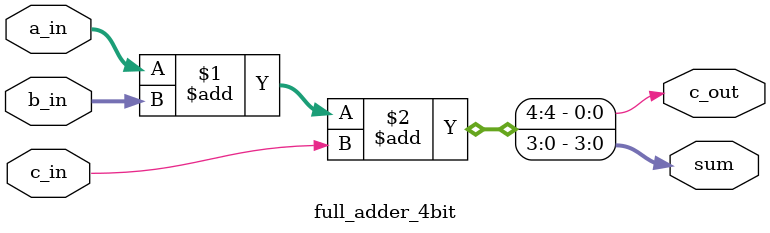
<source format=v>
`timescale 1ns / 1ps


module full_adder_4bit
#(parameter N=4)(
  input [N-1:0]a_in,
  input [N-1:0]b_in,
  input c_in,
  output [N-1:0]sum,
  output c_out
    );
    
    assign {c_out,sum} = a_in + b_in + c_in;
    
endmodule

</source>
